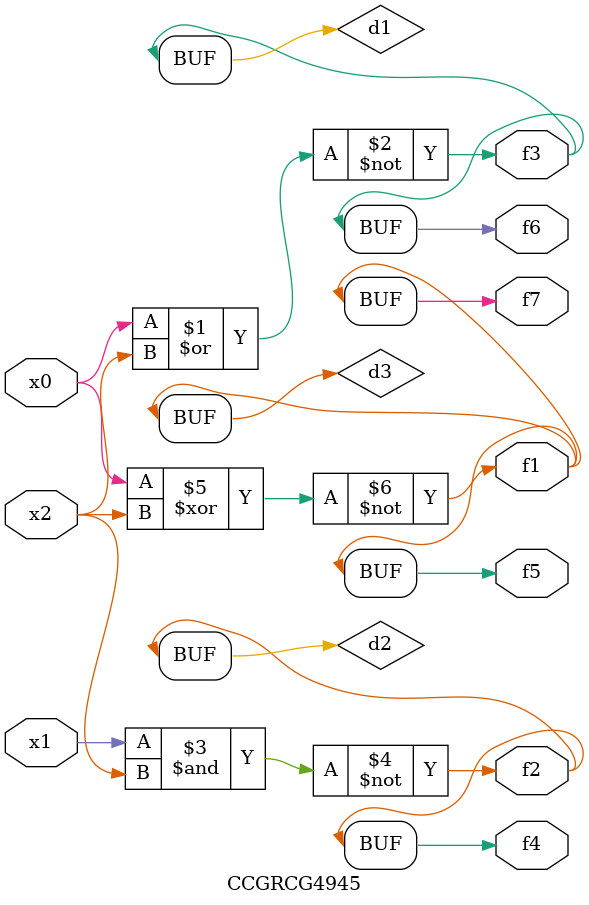
<source format=v>
module CCGRCG4945(
	input x0, x1, x2,
	output f1, f2, f3, f4, f5, f6, f7
);

	wire d1, d2, d3;

	nor (d1, x0, x2);
	nand (d2, x1, x2);
	xnor (d3, x0, x2);
	assign f1 = d3;
	assign f2 = d2;
	assign f3 = d1;
	assign f4 = d2;
	assign f5 = d3;
	assign f6 = d1;
	assign f7 = d3;
endmodule

</source>
